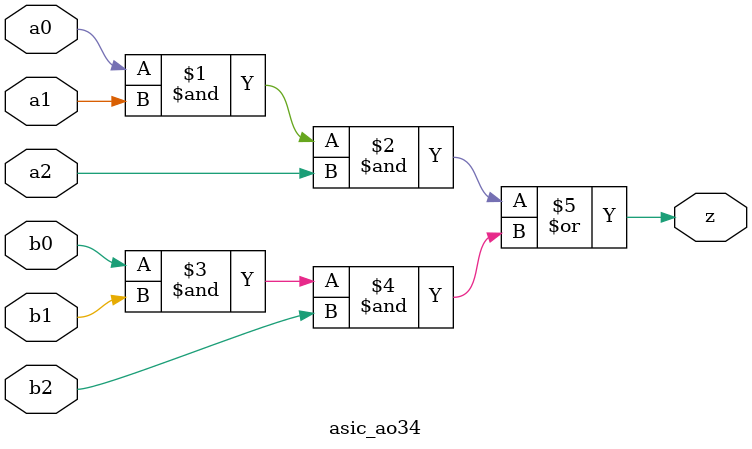
<source format=v>

module asic_ao34 #(parameter PROP = "DEFAULT")  (
   input  a0,
   input  a1,
   input  a2,
   input  b0,
   input  b1,
   input  b2,
   output z
   );

   assign z = (a0 & a1 & a2) | (b0 & b1 & b2);

endmodule

</source>
